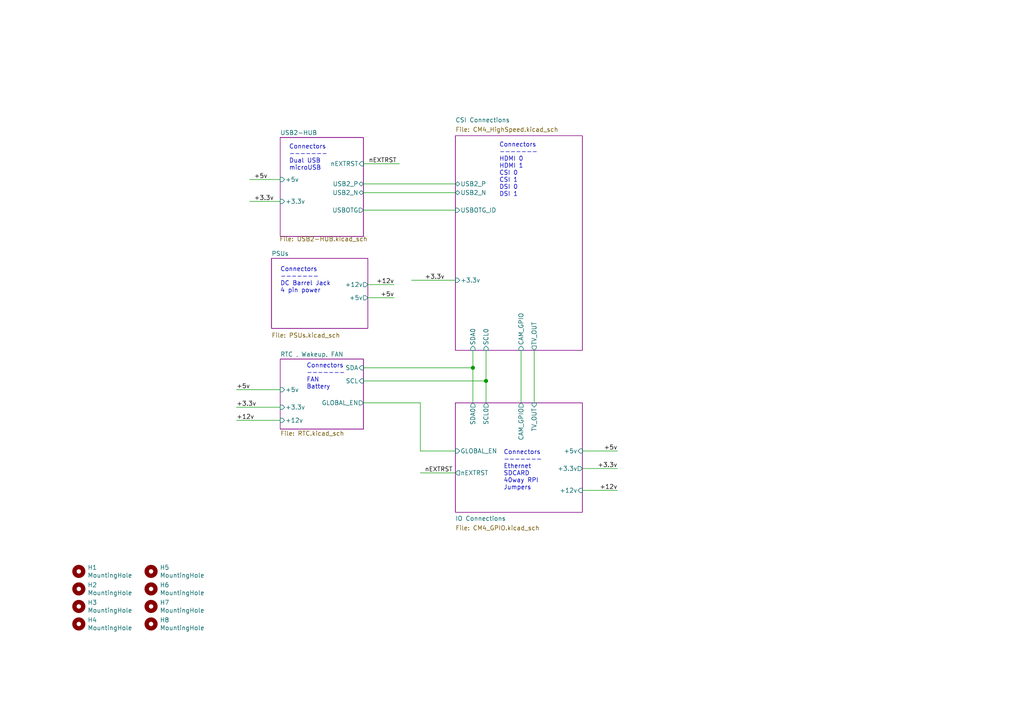
<source format=kicad_sch>
(kicad_sch (version 20250114) (generator "eeschema") (generator_version "9.0")
  (paper "A4")
  (title_block (title "Compute Module 4 - Top Level") (rev "1") (company "Team Fire 180DA/DW"))
  (lib_symbols
    (symbol "Mechanical:MountingHole"
      (property "Reference" "H" (at 0 5.08 0))
      (property "Value" "MountingHole" (at 0 3.175 0))
      (symbol "MountingHole_0_1"
        (circle (center 0 0) (radius 1.27) (stroke (width 1.27)))
      )
    )
  )
  (text "Connectors\n-------\nFAN\nBattery" (at 88.9 113.03 0) (effects (font (size 1.27 1.27)) (justify left bottom)))
  (text "Connectors\n-------\nDC Barrel Jack\n4 pin power" (at 81.28 85.09 0) (effects (font (size 1.27 1.27)) (justify left bottom)))
  (text "Connectors\n-------\nDual USB\nmicroUSB" (at 83.82 49.53 0) (effects (font (size 1.27 1.27)) (justify left bottom)))
  (text "Connectors\n-------\nEthernet\nSDCARD\n40way RPI\nJumpers" (at 146.05 142.24 0) (effects (font (size 1.27 1.27)) (justify left bottom)))
  (text "Connectors\n-------\nHDMI 0\nHDMI 1\nCSI 0\nCSI 1\nDSI 0\nDSI 1" (at 144.78 57.15 0) (effects (font (size 1.27 1.27)) (justify left bottom)))
  (junction (at 140.97 110.49) (diameter 1.016))
  (junction (at 137.16 106.68) (diameter 1.016))
  (wire (pts (xy 81.28 52.07) (xy 72.39 52.07)))
  (wire (pts (xy 105.41 47.498) (xy 115.824 47.498)))
  (wire (pts (xy 68.58 121.92) (xy 81.28 121.92)))
  (wire (pts (xy 151.13 116.84) (xy 151.13 101.6)))
  (wire (pts (xy 137.16 101.6) (xy 137.16 106.68)))
  (wire (pts (xy 68.58 118.11) (xy 81.28 118.11)))
  (wire (pts (xy 168.91 135.89) (xy 179.07 135.89)))
  (wire (pts (xy 105.41 55.88) (xy 132.08 55.88)))
  (wire (pts (xy 140.97 110.49) (xy 140.97 101.6)))
  (wire (pts (xy 105.41 110.49) (xy 140.97 110.49)))
  (wire (pts (xy 137.16 106.68) (xy 137.16 116.84)))
  (wire (pts (xy 81.28 58.42) (xy 72.39 58.42)))
  (wire (pts (xy 168.91 142.24) (xy 179.07 142.24)))
  (wire (pts (xy 106.68 82.55) (xy 114.3 82.55)))
  (wire (pts (xy 105.41 106.68) (xy 137.16 106.68)))
  (wire (pts (xy 68.58 113.03) (xy 81.28 113.03)))
  (wire (pts (xy 105.41 116.84) (xy 121.92 116.84)))
  (wire (pts (xy 154.94 116.84) (xy 154.94 101.6)))
  (wire (pts (xy 105.41 60.96) (xy 132.08 60.96)))
  (wire (pts (xy 132.08 81.28) (xy 119.38 81.28)))
  (wire (pts (xy 179.07 130.81) (xy 168.91 130.81)))
  (wire (pts (xy 105.41 53.34) (xy 132.08 53.34)))
  (wire (pts (xy 106.68 86.36) (xy 114.3 86.36)))
  (wire (pts (xy 121.92 137.16) (xy 132.08 137.16)))
  (wire (pts (xy 121.92 130.81) (xy 121.92 116.84)))
  (wire (pts (xy 140.97 116.84) (xy 140.97 110.49)))
  (wire (pts (xy 132.08 130.81) (xy 121.92 130.81)))
  (label "+5v" (at 114.3 86.36 180))
  (label "+12v" (at 68.58 121.92 0))
  (label "+5v" (at 179.07 130.81 180))
  (label "+5v" (at 68.58 113.03 0))
  (label "+3.3v" (at 73.66 58.42 0))
  (label "+12v" (at 114.3 82.55 180))
  (label "+12v" (at 179.07 142.24 180))
  (label "+3.3v" (at 68.58 118.11 0))
  (label "+3.3v" (at 179.07 135.89 180))
  (label "+5v" (at 73.66 52.07 0))
  (label "nEXTRST" (at 106.934 47.498 0))
  (label "+3.3v" (at 123.19 81.28 0))
  (label "nEXTRST" (at 123.19 137.16 0))
  (symbol (lib_id "Mechanical:MountingHole") (at 22.86 180.975 0) (unit 1)
    (property "Reference" "H4" (at 25.4 179.832 0) (effects (justify left)))
    (property "Value" "MountingHole" (at 25.4 182.118 0) (effects (justify left)))
    (property "Footprint" "MountingHole:MountingHole_2.7mm_M2.5" (effects (hide yes)))
    (property "Field4" "nf" (effects (hide yes)))
    (property "Field5" "nf" (effects (hide yes)))
    (property "Field6" "nf" (effects (hide yes)))
    (property "Field7" "nf" (effects (hide yes)))
    (property "Part Description" "M2.5 mounting hole" (effects (hide yes)))
  )
  (symbol (lib_id "Mechanical:MountingHole") (at 22.86 175.895 0) (unit 1)
    (property "Reference" "H3" (at 25.4 174.752 0) (effects (justify left)))
    (property "Value" "MountingHole" (at 25.4 177.038 0) (effects (justify left)))
    (property "Footprint" "MountingHole:MountingHole_2.7mm_M2.5" (effects (hide yes)))
    (property "Field4" "nf" (effects (hide yes)))
    (property "Field5" "nf" (effects (hide yes)))
    (property "Field6" "nf" (effects (hide yes)))
    (property "Field7" "nf" (effects (hide yes)))
    (property "Part Description" "M2.5 mounting hole" (effects (hide yes)))
  )
  (symbol (lib_id "Mechanical:MountingHole") (at 22.86 170.815 0) (unit 1)
    (property "Reference" "H2" (at 25.4 169.672 0) (effects (justify left)))
    (property "Value" "MountingHole" (at 25.4 171.958 0) (effects (justify left)))
    (property "Footprint" "MountingHole:MountingHole_2.7mm_M2.5" (effects (hide yes)))
    (property "Field4" "nf" (effects (hide yes)))
    (property "Field5" "nf" (effects (hide yes)))
    (property "Field6" "nf" (effects (hide yes)))
    (property "Field7" "nf" (effects (hide yes)))
    (property "Part Description" "M2.5 mounting hole" (effects (hide yes)))
  )
  (symbol (lib_id "Mechanical:MountingHole") (at 22.86 165.735 0) (unit 1)
    (property "Reference" "H1" (at 25.4 164.592 0) (effects (justify left)))
    (property "Value" "MountingHole" (at 25.4 166.878 0) (effects (justify left)))
    (property "Footprint" "MountingHole:MountingHole_2.7mm_M2.5" (effects (hide yes)))
    (property "Field4" "nf" (effects (hide yes)))
    (property "Field5" "nf" (effects (hide yes)))
    (property "Field6" "nf" (effects (hide yes)))
    (property "Field7" "nf" (effects (hide yes)))
    (property "Part Description" "M2.5 mounting hole" (effects (hide yes)))
  )
  (symbol (lib_id "Mechanical:MountingHole") (at 43.815 165.735 0) (unit 1)
    (property "Reference" "H5" (at 46.355 164.592 0) (effects (justify left)))
    (property "Value" "MountingHole" (at 46.355 166.878 0) (effects (justify left)))
    (property "Footprint" "MountingHole:MountingHole_2.7mm_M2.5" (effects (hide yes)))
    (property "Field4" "nf" (effects (hide yes)))
    (property "Field5" "nf" (effects (hide yes)))
    (property "Field6" "nf" (effects (hide yes)))
    (property "Field7" "nf" (effects (hide yes)))
    (property "Part Description" "M2.5 mounting hole" (effects (hide yes)))
  )
  (symbol (lib_id "Mechanical:MountingHole") (at 43.815 180.975 0) (unit 1)
    (property "Reference" "H8" (at 46.355 179.832 0) (effects (justify left)))
    (property "Value" "MountingHole" (at 46.355 182.118 0) (effects (justify left)))
    (property "Footprint" "MountingHole:MountingHole_2.7mm_M2.5" (effects (hide yes)))
    (property "Field4" "nf" (effects (hide yes)))
    (property "Field5" "nf" (effects (hide yes)))
    (property "Field6" "nf" (effects (hide yes)))
    (property "Field7" "nf" (effects (hide yes)))
    (property "Part Description" "M2.5 mounting hole" (effects (hide yes)))
  )
  (symbol (lib_id "Mechanical:MountingHole") (at 43.815 175.895 0) (unit 1)
    (property "Reference" "H7" (at 46.355 174.752 0) (effects (justify left)))
    (property "Value" "MountingHole" (at 46.355 177.038 0) (effects (justify left)))
    (property "Footprint" "MountingHole:MountingHole_2.7mm_M2.5" (effects (hide yes)))
    (property "Field4" "nf" (effects (hide yes)))
    (property "Field5" "nf" (effects (hide yes)))
    (property "Field6" "nf" (effects (hide yes)))
    (property "Field7" "nf" (effects (hide yes)))
    (property "Part Description" "M2.5 mounting hole" (effects (hide yes)))
  )
  (symbol (lib_id "Mechanical:MountingHole") (at 43.815 170.815 0) (unit 1)
    (property "Reference" "H6" (at 46.355 169.672 0) (effects (justify left)))
    (property "Value" "MountingHole" (at 46.355 171.958 0) (effects (justify left)))
    (property "Footprint" "MountingHole:MountingHole_2.7mm_M2.5" (effects (hide yes)))
    (property "Field4" "nf" (effects (hide yes)))
    (property "Field5" "nf" (effects (hide yes)))
    (property "Field6" "nf" (effects (hide yes)))
    (property "Field7" "nf" (effects (hide yes)))
    (property "Part Description" "M2.5 mounting hole" (effects (hide yes)))
  )
  (sheet (at 132.08 116.84) (size 36.83 31.75) (stroke (width 0.1524) (color 132 0 132 1)) (fill (color 255 255 255 0.0000))
    (property "Sheetname" "IO Connections" (at 132.08 151.13 0) (effects (justify left bottom)))
    (property "Sheetfile" "CM4_GPIO.kicad_sch" (at 132.08 152.4 0) (effects (justify left top)))
    (pin "CAM_GPIO" output (at 151.13 116.84 90))
    (pin "SCL0" output (at 140.97 116.84 90))
    (pin "SDA0" output (at 137.16 116.84 90))
    (pin "+5v" input (at 168.91 130.81 0))
    (pin "+3.3v" output (at 168.91 135.89 0))
    (pin "nEXTRST" output (at 132.08 137.16 180))
    (pin "GLOBAL_EN" input (at 132.08 130.81 180))
    (pin "TV_OUT" input (at 154.94 116.84 90))
    (pin "+12v" input (at 168.91 142.24 0))
  )
  (sheet (at 132.08 39.37) (size 36.83 62.23) (stroke (width 0.1524) (color 132 0 132 1)) (fill (color 255 255 255 0.0000))
    (property "Sheetname" "CSI Connections" (at 132.08 35.56 0) (effects (justify left bottom)))
    (property "Sheetfile" "CM4_HighSpeed.kicad_sch" (at 132.08 36.83 0) (effects (justify left top)))
    (pin "USB2_N" bidirectional (at 132.08 55.88 180))
    (pin "USB2_P" bidirectional (at 132.08 53.34 180))
    (pin "CAM_GPIO" input (at 151.13 101.6 270))
    (pin "SCL0" input (at 140.97 101.6 270))
    (pin "SDA0" input (at 137.16 101.6 270))
    (pin "+3.3v" input (at 132.08 81.28 180))
    (pin "USBOTG_ID" input (at 132.08 60.96 180))
    (pin "TV_OUT" output (at 154.94 101.6 270))
  )
  (sheet (at 78.74 74.93) (size 27.94 20.32) (stroke (width 0.1524) (color 132 0 132 1)) (fill (color 255 255 255 0.0000))
    (property "Sheetname" "PSUs" (at 78.74 74.2945 0) (effects (justify left bottom)))
    (property "Sheetfile" "PSUs.kicad_sch" (at 78.74 96.52 0) (effects (justify left top)))
    (pin "+5v" output (at 106.68 86.36 0))
    (pin "+12v" output (at 106.68 82.55 0))
  )
  (sheet (at 81.28 39.878) (size 24.13 28.702) (stroke (width 0.1524) (color 132 0 132 1)) (fill (color 255 255 255 0.0000))
    (property "Sheetname" "USB2-HUB" (at 81.28 39.2425 0) (effects (justify left bottom)))
    (property "Sheetfile" "USB2-HUB.kicad_sch" (at 81.026 68.58 0) (effects (justify left top)))
    (pin "USB2_N" bidirectional (at 105.41 55.88 0))
    (pin "USB2_P" bidirectional (at 105.41 53.34 0))
    (pin "+5v" input (at 81.28 52.07 180))
    (pin "+3.3v" input (at 81.28 58.42 180))
    (pin "nEXTRST" input (at 105.41 47.498 0))
    (pin "USBOTG" output (at 105.41 60.96 0))
  )
  (sheet (at 81.28 104.14) (size 24.13 20.32) (stroke (width 0.1524) (color 132 0 132 1)) (fill (color 255 255 255 0.0000))
    (property "Sheetname" "RTC , Wakeup, FAN" (at 81.28 103.5045 0) (effects (justify left bottom)))
    (property "Sheetfile" "RTC.kicad_sch" (at 81.28 124.9685 0) (effects (justify left top)))
    (pin "SCL" input (at 105.41 110.49 0))
    (pin "SDA" input (at 105.41 106.68 0))
    (pin "+5v" input (at 81.28 113.03 180))
    (pin "GLOBAL_EN" output (at 105.41 116.84 0))
    (pin "+3.3v" input (at 81.28 118.11 180))
    (pin "+12v" input (at 81.28 121.92 180))
  )
)
</source>
